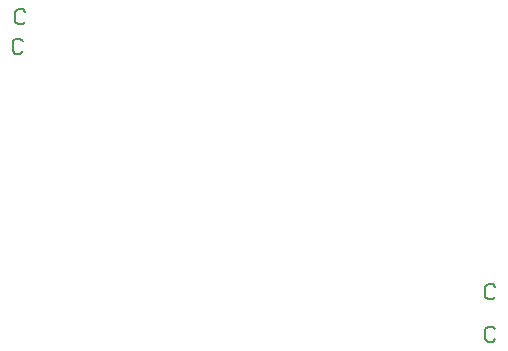
<source format=gbr>
%TF.GenerationSoftware,Altium Limited,Altium Designer,22.4.2 (48)*%
G04 Layer_Color=2752767*
%FSLAX26Y26*%
%MOIN*%
%TF.SameCoordinates,1C2CB1AA-ACBE-45DF-AC24-D873E68AE3FE*%
%TF.FilePolarity,Positive*%
%TF.FileFunction,Drawing*%
%TF.Part,Single*%
G01*
G75*
%TA.AperFunction,NonConductor*%
%ADD196C,0.005000*%
D196*
X3906970Y4611537D02*
X3898639Y4619867D01*
X3881978D01*
X3873648Y4611537D01*
Y4578214D01*
X3881978Y4569883D01*
X3898639D01*
X3906970Y4578214D01*
X3915212Y4710944D02*
X3906882Y4719275D01*
X3890220D01*
X3881890Y4710944D01*
Y4677622D01*
X3890220Y4669291D01*
X3906882D01*
X3915212Y4677622D01*
X5482141Y3793622D02*
X5473811Y3801952D01*
X5457150D01*
X5448819Y3793622D01*
Y3760299D01*
X5457150Y3751968D01*
X5473811D01*
X5482141Y3760299D01*
Y3651889D02*
X5473811Y3660220D01*
X5457150D01*
X5448819Y3651889D01*
Y3618567D01*
X5457150Y3610236D01*
X5473811D01*
X5482141Y3618567D01*
%TF.MD5,688a9c9bd52458e452e62895462cd8cc*%
M02*

</source>
